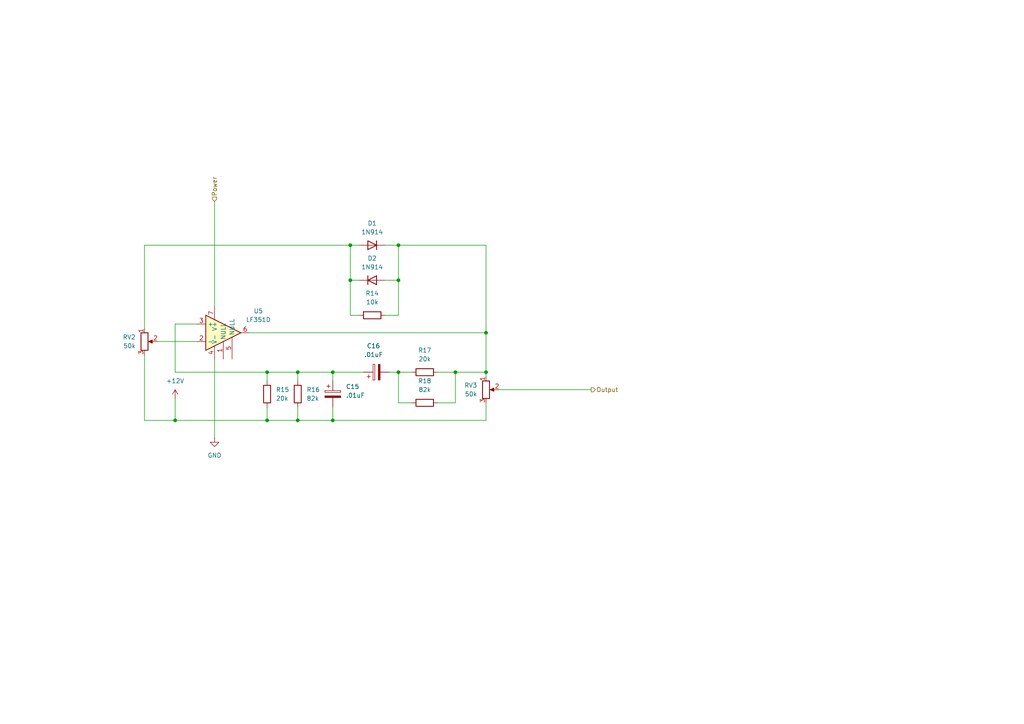
<source format=kicad_sch>
(kicad_sch (version 20231120) (generator "eeschema") (generator_version "8.0")
  (paper "A4")
  (lib_symbols
    (symbol "Amplifier_Operational:LF351D"
      (property "Reference" "U" (at 0 6.35 0))
      (property "Value" "LF351D" (at 0 3.81 0))
      (symbol "LF351D_0_1"
        (polyline (pts (xy -5.08 5.08) (xy 5.08 0) (xy -5.08 -5.08) (xy -5.08 5.08)) (stroke (width 0.254)) (fill (type background)))
      )
      (symbol "LF351D_1_1"
        (pin input line (at 0 -7.62 90) (length 5.08) (name "NULL") (number "1"))
        (pin input line (at -7.62 -2.54 0) (length 2.54) (name "-") (number "2"))
        (pin input line (at -7.62 2.54 0) (length 2.54) (name "+") (number "3"))
        (pin power_in line (at -2.54 -7.62 90) (length 3.81) (name "V-") (number "4"))
        (pin input line (at 2.54 -7.62 90) (length 6.35) (name "NULL") (number "5"))
        (pin output line (at 7.62 0 180) (length 2.54) (name "~") (number "6"))
        (pin power_in line (at -2.54 7.62 270) (length 3.81) (name "V+") (number "7"))
        (pin no_connect line (at 0 2.54 270) (length 2.54) hide (name "NC") (number "8"))
      )
    )
    (symbol "Device:C_Polarized" (pin_numbers hide) (pin_names (offset 0.254))
      (property "Reference" "C" (at 0.635 2.54 0))
      (property "Value" "C_Polarized" (at 0.635 -2.54 0))
      (symbol "C_Polarized_0_1"
        (rectangle (start -2.286 0.508) (end 2.286 1.016))
        (polyline (pts (xy -1.778 2.286) (xy -0.762 2.286)))
        (polyline (pts (xy -1.27 2.794) (xy -1.27 1.778)))
        (rectangle (start 2.286 -0.508) (end -2.286 -1.016) (fill (type outline)))
      )
      (symbol "C_Polarized_1_1"
        (pin passive line (at 0 3.81 270) (length 2.794) (name "~") (number "1"))
        (pin passive line (at 0 -3.81 90) (length 2.794) (name "~") (number "2"))
      )
    )
    (symbol "Device:D" (pin_numbers hide) (pin_names (offset 1.016) hide)
      (property "Reference" "D" (at 0 2.54 0))
      (property "Value" "D" (at 0 -2.54 0))
      (symbol "D_0_1"
        (polyline (pts (xy -1.27 1.27) (xy -1.27 -1.27)) (stroke (width 0.254)))
        (polyline (pts (xy 1.27 0) (xy -1.27 0)))
        (polyline (pts (xy 1.27 1.27) (xy 1.27 -1.27) (xy -1.27 0) (xy 1.27 1.27)) (stroke (width 0.254)))
      )
      (symbol "D_1_1"
        (pin passive line (at -3.81 0 0) (length 2.54) (name "K") (number "1"))
        (pin passive line (at 3.81 0 180) (length 2.54) (name "A") (number "2"))
      )
    )
    (symbol "Device:R" (pin_numbers hide) (pin_names (offset 0))
      (property "Reference" "R" (at 2.032 0 90))
      (property "Value" "R" (at 0 0 90))
      (symbol "R_0_1"
        (rectangle (start -1.016 -2.54) (end 1.016 2.54) (stroke (width 0.254)))
      )
      (symbol "R_1_1"
        (pin passive line (at 0 3.81 270) (length 1.27) (name "~") (number "1"))
        (pin passive line (at 0 -3.81 90) (length 1.27) (name "~") (number "2"))
      )
    )
    (symbol "Device:R_Potentiometer" (pin_names (offset 1.016) hide)
      (property "Reference" "RV" (at -4.445 0 90))
      (property "Value" "R_Potentiometer" (at -2.54 0 90))
      (symbol "R_Potentiometer_0_1"
        (polyline (pts (xy 2.54 0) (xy 1.524 0)))
        (polyline (pts (xy 1.143 0) (xy 2.286 0.508) (xy 2.286 -0.508) (xy 1.143 0)) (fill (type outline)))
        (rectangle (start 1.016 2.54) (end -1.016 -2.54) (stroke (width 0.254)))
      )
      (symbol "R_Potentiometer_1_1"
        (pin passive line (at 0 3.81 270) (length 1.27) (name "1") (number "1"))
        (pin passive line (at 3.81 0 180) (length 1.27) (name "2") (number "2"))
        (pin passive line (at 0 -3.81 90) (length 1.27) (name "3") (number "3"))
      )
    )
    (symbol "power:+12V" (power) (pin_numbers hide) (pin_names (offset 0) hide)
      (property "Value" "+12V" (at 0 3.556 0))
      (symbol "+12V_0_1"
        (polyline (pts (xy -0.762 1.27) (xy 0 2.54)))
        (polyline (pts (xy 0 0) (xy 0 2.54)))
        (polyline (pts (xy 0 2.54) (xy 0.762 1.27)))
      )
      (symbol "+12V_1_1"
        (pin power_in line (at 0 0 90) (length 0) (name "~") (number "1"))
      )
    )
    (symbol "power:GND" (power) (pin_numbers hide) (pin_names (offset 0) hide)
      (property "Value" "GND" (at 0 -3.81 0))
      (symbol "GND_0_1"
        (polyline (pts (xy 0 0) (xy 0 -1.27) (xy 1.27 -1.27) (xy 0 -2.54) (xy -1.27 -1.27) (xy 0 -1.27)))
      )
      (symbol "GND_1_1"
        (pin power_in line (at 0 0 270) (length 0) (name "~") (number "1"))
      )
    )
  )
  (junction (at 96.52 107.95))
  (junction (at 132.08 107.95))
  (junction (at 50.8 121.92))
  (junction (at 115.57 71.12))
  (junction (at 96.52 121.92))
  (junction (at 140.97 96.52))
  (junction (at 77.47 107.95))
  (junction (at 101.6 81.28))
  (junction (at 101.6 71.12))
  (junction (at 115.57 107.95))
  (junction (at 86.36 121.92))
  (junction (at 140.97 107.95))
  (junction (at 115.57 81.28))
  (junction (at 77.47 121.92))
  (junction (at 86.36 107.95))
  (wire (pts (xy 50.8 115.57) (xy 50.8 121.92)))
  (wire (pts (xy 104.14 81.28) (xy 101.6 81.28)))
  (wire (pts (xy 111.76 91.44) (xy 115.57 91.44)))
  (wire (pts (xy 62.23 58.42) (xy 62.23 88.9)))
  (wire (pts (xy 140.97 121.92) (xy 96.52 121.92)))
  (wire (pts (xy 140.97 107.95) (xy 132.08 107.95)))
  (wire (pts (xy 41.91 121.92) (xy 50.8 121.92)))
  (wire (pts (xy 101.6 81.28) (xy 101.6 71.12)))
  (wire (pts (xy 140.97 116.84) (xy 140.97 121.92)))
  (wire (pts (xy 45.72 99.06) (xy 57.15 99.06)))
  (wire (pts (xy 101.6 91.44) (xy 101.6 81.28)))
  (wire (pts (xy 62.23 104.14) (xy 62.23 127)))
  (wire (pts (xy 41.91 95.25) (xy 41.91 71.12)))
  (wire (pts (xy 132.08 107.95) (xy 127 107.95)))
  (wire (pts (xy 115.57 81.28) (xy 115.57 71.12)))
  (wire (pts (xy 113.03 107.95) (xy 115.57 107.95)))
  (wire (pts (xy 41.91 71.12) (xy 101.6 71.12)))
  (wire (pts (xy 41.91 102.87) (xy 41.91 121.92)))
  (wire (pts (xy 86.36 107.95) (xy 86.36 110.49)))
  (wire (pts (xy 77.47 121.92) (xy 77.47 118.11)))
  (wire (pts (xy 77.47 107.95) (xy 77.47 110.49)))
  (wire (pts (xy 115.57 71.12) (xy 111.76 71.12)))
  (wire (pts (xy 111.76 81.28) (xy 115.57 81.28)))
  (wire (pts (xy 50.8 107.95) (xy 77.47 107.95)))
  (wire (pts (xy 96.52 107.95) (xy 96.52 110.49)))
  (wire (pts (xy 86.36 118.11) (xy 86.36 121.92)))
  (wire (pts (xy 115.57 116.84) (xy 115.57 107.95)))
  (wire (pts (xy 86.36 121.92) (xy 77.47 121.92)))
  (wire (pts (xy 115.57 91.44) (xy 115.57 81.28)))
  (wire (pts (xy 101.6 71.12) (xy 104.14 71.12)))
  (wire (pts (xy 115.57 107.95) (xy 119.38 107.95)))
  (wire (pts (xy 140.97 96.52) (xy 140.97 107.95)))
  (wire (pts (xy 57.15 93.98) (xy 50.8 93.98)))
  (wire (pts (xy 50.8 121.92) (xy 77.47 121.92)))
  (wire (pts (xy 144.78 113.03) (xy 171.45 113.03)))
  (wire (pts (xy 104.14 91.44) (xy 101.6 91.44)))
  (wire (pts (xy 86.36 107.95) (xy 96.52 107.95)))
  (wire (pts (xy 132.08 116.84) (xy 132.08 107.95)))
  (wire (pts (xy 96.52 118.11) (xy 96.52 121.92)))
  (wire (pts (xy 140.97 71.12) (xy 115.57 71.12)))
  (wire (pts (xy 119.38 116.84) (xy 115.57 116.84)))
  (wire (pts (xy 50.8 93.98) (xy 50.8 107.95)))
  (wire (pts (xy 140.97 96.52) (xy 140.97 71.12)))
  (wire (pts (xy 77.47 107.95) (xy 86.36 107.95)))
  (wire (pts (xy 72.39 96.52) (xy 140.97 96.52)))
  (wire (pts (xy 127 116.84) (xy 132.08 116.84)))
  (wire (pts (xy 96.52 107.95) (xy 105.41 107.95)))
  (wire (pts (xy 96.52 121.92) (xy 86.36 121.92)))
  (wire (pts (xy 140.97 109.22) (xy 140.97 107.95)))
  (hierarchical_label "Output" (shape output) (at 171.45 113.03 0))
  (hierarchical_label "Power" (shape input) (at 62.23 58.42 90))
  (symbol (lib_id "Device:R") (at 123.19 107.95 270) (unit 1)
    (property "Reference" "R17" (at 123.19 101.6 90))
    (property "Value" "20k" (at 123.19 104.14 90))
    (property "Description" "Resistor" (effects (hide yes)))
  )
  (symbol (lib_id "Device:R_Potentiometer") (at 41.91 99.06 0) (unit 1)
    (property "Reference" "RV2" (at 39.37 97.7899 0) (effects (justify right)))
    (property "Value" "50k" (at 39.37 100.3299 0) (effects (justify right)))
    (property "Description" "Potentiometer" (effects (hide yes)))
  )
  (symbol (lib_id "Device:C_Polarized") (at 109.22 107.95 90) (unit 1)
    (property "Reference" "C16" (at 108.331 100.33 90))
    (property "Value" ".01uF" (at 108.331 102.87 90))
    (property "Description" "Polarized capacitor" (effects (hide yes)))
  )
  (symbol (lib_id "Amplifier_Operational:LF351D") (at 64.77 96.52 0) (unit 1)
    (property "Reference" "U5" (at 74.93 90.2014 0))
    (property "Value" "LF351D" (at 74.93 92.7414 0))
    (property "Datasheet" "https://www.st.com/resource/en/datasheet/lf351.pdf" (effects (hide yes)))
    (property "Description" "Wide bandwidth single JFET operational amplifier, SOIC-8" (effects (hide yes)))
  )
  (symbol (lib_id "Device:R") (at 77.47 114.3 0) (unit 1)
    (property "Reference" "R15" (at 80.01 113.0299 0) (effects (justify left)))
    (property "Value" "20k" (at 80.01 115.5699 0) (effects (justify left)))
    (property "Description" "Resistor" (effects (hide yes)))
  )
  (symbol (lib_id "Device:D") (at 107.95 71.12 180) (unit 1)
    (property "Reference" "D1" (at 107.95 64.77 0))
    (property "Value" "1N914" (at 107.95 67.31 0))
    (property "Description" "Diode" (effects (hide yes)))
    (property "Sim.Device" "D" (effects (hide yes)))
    (property "Sim.Pins" "1=K 2=A" (effects (hide yes)))
  )
  (symbol (lib_id "Device:R") (at 123.19 116.84 90) (unit 1)
    (property "Reference" "R18" (at 123.19 110.49 90))
    (property "Value" "82k" (at 123.19 113.03 90))
    (property "Description" "Resistor" (effects (hide yes)))
  )
  (symbol (lib_id "power:GND") (at 62.23 127 0) (unit 1)
    (property "Reference" "#PWR019" (effects (hide yes)))
    (property "Value" "GND" (at 62.23 132.08 0))
    (property "Description" "Power symbol creates a global label with name \"GND\" , ground" (effects (hide yes)))
  )
  (symbol (lib_id "Device:R_Potentiometer") (at 140.97 113.03 0) (unit 1)
    (property "Reference" "RV3" (at 138.43 111.7599 0) (effects (justify right)))
    (property "Value" "50k" (at 138.43 114.2999 0) (effects (justify right)))
    (property "Description" "Potentiometer" (effects (hide yes)))
  )
  (symbol (lib_id "Device:C_Polarized") (at 96.52 114.3 0) (unit 1)
    (property "Reference" "C15" (at 100.33 112.1409 0) (effects (justify left)))
    (property "Value" ".01uF" (at 100.33 114.6809 0) (effects (justify left)))
    (property "Description" "Polarized capacitor" (effects (hide yes)))
  )
  (symbol (lib_id "Device:R") (at 86.36 114.3 0) (unit 1)
    (property "Reference" "R16" (at 88.9 113.0299 0) (effects (justify left)))
    (property "Value" "82k" (at 88.9 115.5699 0) (effects (justify left)))
    (property "Description" "Resistor" (effects (hide yes)))
  )
  (symbol (lib_id "Device:R") (at 107.95 91.44 90) (unit 1)
    (property "Reference" "R14" (at 107.95 85.09 90))
    (property "Value" "10k" (at 107.95 87.63 90))
    (property "Description" "Resistor" (effects (hide yes)))
  )
  (symbol (lib_id "power:+12V") (at 50.8 115.57 0) (unit 1)
    (property "Reference" "#PWR020" (effects (hide yes)))
    (property "Value" "+12V" (at 50.8 110.49 0))
    (property "Description" "Power symbol creates a global label with name \"+12V\"" (effects (hide yes)))
  )
  (symbol (lib_id "Device:D") (at 107.95 81.28 0) (unit 1)
    (property "Reference" "D2" (at 107.95 74.93 0))
    (property "Value" "1N914" (at 107.95 77.47 0))
    (property "Description" "Diode" (effects (hide yes)))
    (property "Sim.Device" "D" (effects (hide yes)))
    (property "Sim.Pins" "1=K 2=A" (effects (hide yes)))
  )
)
</source>
